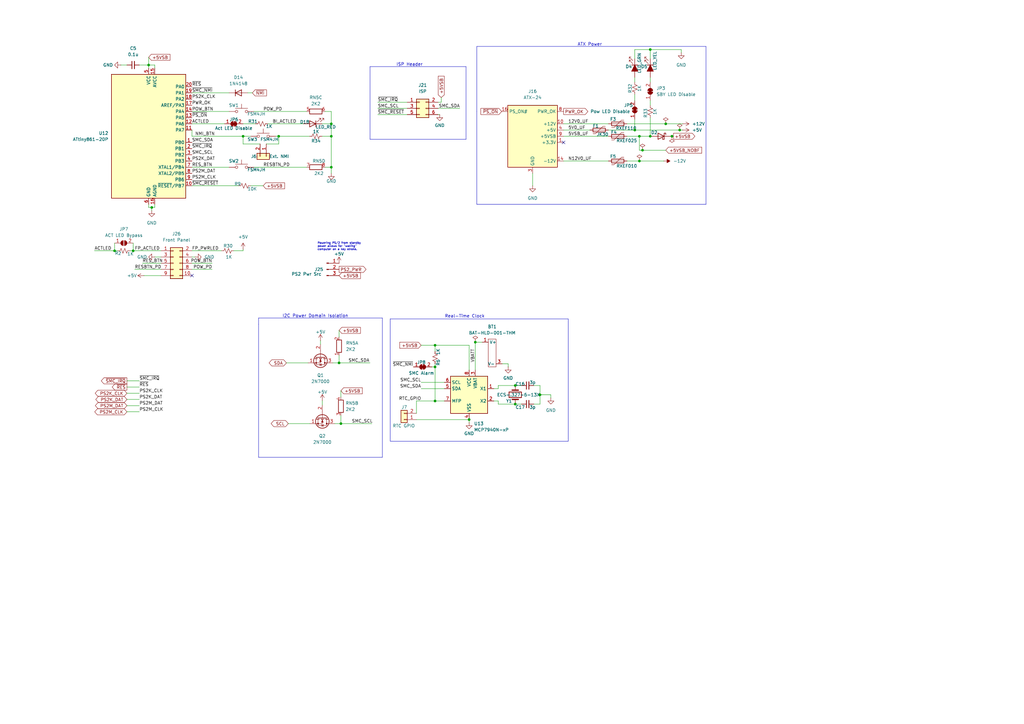
<source format=kicad_sch>
(kicad_sch (version 20231120) (generator "eeschema") (generator_version "8.0")
  (paper "A3")
  (title_block (title "OtterX") (date "2022-08-21") (rev "DV1 \"Sirius\"") (company "(C) 2023 Joe Burks"))
  (lib_symbols
    (symbol "Connector:ATX-24"
      (property "Reference" "J" (at -8.89 13.97 0))
      (property "Value" "ATX-24" (at 6.35 13.97 0))
      (symbol "ATX-24_1_1"
        (pin power_out line (at 12.7 -2.54 180) (length 2.54) (name "+3.3V") (number "1"))
        (pin power_out line (at 12.7 5.08 180) (length 2.54) (name "+12V") (number "10"))
        (pin passive line (at 12.7 5.08 180) (length 2.54) hide (name "+12V") (number "11"))
        (pin passive line (at 12.7 -2.54 180) (length 2.54) hide (name "+3.3V") (number "12"))
        (pin passive line (at 12.7 -2.54 180) (length 2.54) hide (name "+3.3V") (number "13"))
        (pin power_out line (at 12.7 -10.16 180) (length 2.54) (name "-12V") (number "14"))
        (pin passive line (at 0 -15.24 90) (length 2.54) hide (name "GND") (number "15"))
        (pin open_collector line (at -12.7 10.16 0) (length 2.54) (name "PS_ON#") (number "16"))
        (pin passive line (at 0 -15.24 90) (length 2.54) hide (name "GND") (number "17"))
        (pin passive line (at 0 -15.24 90) (length 2.54) hide (name "GND") (number "18"))
        (pin passive line (at 0 -15.24 90) (length 2.54) hide (name "GND") (number "19"))
        (pin passive line (at 12.7 -2.54 180) (length 2.54) hide (name "+3.3V") (number "2"))
        (pin no_connect line (at -10.16 0 0) (length 2.54) hide (name "NC") (number "20"))
        (pin passive line (at 12.7 2.54 180) (length 2.54) hide (name "+5V") (number "21"))
        (pin passive line (at 12.7 2.54 180) (length 2.54) hide (name "+5V") (number "22"))
        (pin passive line (at 12.7 2.54 180) (length 2.54) hide (name "+5V") (number "23"))
        (pin passive line (at 0 -15.24 90) (length 2.54) hide (name "GND") (number "24"))
        (pin power_out line (at 0 -15.24 90) (length 2.54) (name "GND") (number "3"))
        (pin power_out line (at 12.7 2.54 180) (length 2.54) (name "+5V") (number "4"))
        (pin passive line (at 0 -15.24 90) (length 2.54) hide (name "GND") (number "5"))
        (pin passive line (at 12.7 2.54 180) (length 2.54) hide (name "+5V") (number "6"))
        (pin passive line (at 0 -15.24 90) (length 2.54) hide (name "GND") (number "7"))
        (pin output line (at 12.7 10.16 180) (length 2.54) (name "PWR_OK") (number "8"))
        (pin power_out line (at 12.7 0 180) (length 2.54) (name "+5VSB") (number "9"))
      )
    )
    (symbol "Connector:Conn_01x03_Pin" (pin_names (offset 1.016) hide)
      (property "Reference" "J" (at 0 5.08 0))
      (property "Value" "Conn_01x03_Pin" (at 0 -5.08 0))
      (symbol "Conn_01x03_Pin_1_1"
        (pin passive line (at 5.08 2.54 180) (length 3.81) (name "Pin_1") (number "1"))
        (pin passive line (at 5.08 0 180) (length 3.81) (name "Pin_2") (number "2"))
        (pin passive line (at 5.08 -2.54 180) (length 3.81) (name "Pin_3") (number "3"))
      )
    )
    (symbol "Connector_Generic:Conn_01x02" (pin_names (offset 1.016) hide)
      (property "Reference" "J" (at 0 2.54 0))
      (property "Value" "Conn_01x02" (at 0 -5.08 0))
      (symbol "Conn_01x02_1_1"
        (pin passive line (at -5.08 0 0) (length 3.81) (name "Pin_1") (number "1"))
        (pin passive line (at -5.08 -2.54 0) (length 3.81) (name "Pin_2") (number "2"))
      )
    )
    (symbol "Connector_Generic:Conn_02x03_Odd_Even" (pin_names (offset 1.016) hide)
      (property "Reference" "J" (at 1.27 5.08 0))
      (property "Value" "Conn_02x03_Odd_Even" (at 1.27 -5.08 0))
      (symbol "Conn_02x03_Odd_Even_1_1"
        (pin passive line (at -5.08 2.54 0) (length 3.81) (name "Pin_1") (number "1"))
        (pin passive line (at 7.62 2.54 180) (length 3.81) (name "Pin_2") (number "2"))
        (pin passive line (at -5.08 0 0) (length 3.81) (name "Pin_3") (number "3"))
        (pin passive line (at 7.62 0 180) (length 3.81) (name "Pin_4") (number "4"))
        (pin passive line (at -5.08 -2.54 0) (length 3.81) (name "Pin_5") (number "5"))
        (pin passive line (at 7.62 -2.54 180) (length 3.81) (name "Pin_6") (number "6"))
      )
    )
    (symbol "Connector_Generic:Conn_02x05_Odd_Even" (pin_names (offset 1.016) hide)
      (property "Reference" "J" (at 1.27 7.62 0))
      (property "Value" "Conn_02x05_Odd_Even" (at 1.27 -7.62 0))
      (symbol "Conn_02x05_Odd_Even_1_1"
        (pin passive line (at -5.08 5.08 0) (length 3.81) (name "Pin_1") (number "1"))
        (pin passive line (at 7.62 -5.08 180) (length 3.81) (name "Pin_10") (number "10"))
        (pin passive line (at 7.62 5.08 180) (length 3.81) (name "Pin_2") (number "2"))
        (pin passive line (at -5.08 2.54 0) (length 3.81) (name "Pin_3") (number "3"))
        (pin passive line (at 7.62 2.54 180) (length 3.81) (name "Pin_4") (number "4"))
        (pin passive line (at -5.08 0 0) (length 3.81) (name "Pin_5") (number "5"))
        (pin passive line (at 7.62 0 180) (length 3.81) (name "Pin_6") (number "6"))
        (pin passive line (at -5.08 -2.54 0) (length 3.81) (name "Pin_7") (number "7"))
        (pin passive line (at 7.62 -2.54 180) (length 3.81) (name "Pin_8") (number "8"))
        (pin passive line (at -5.08 -5.08 0) (length 3.81) (name "Pin_9") (number "9"))
      )
    )
    (symbol "Device:C_Small" (pin_numbers hide) (pin_names (offset 0.254) hide)
      (property "Reference" "C" (at 0.254 1.778 0))
      (property "Value" "C_Small" (at 0.254 -2.032 0))
      (symbol "C_Small_1_1"
        (pin passive line (at 0 2.54 270) (length 2.032) (name "~") (number "1"))
        (pin passive line (at 0 -2.54 90) (length 2.032) (name "~") (number "2"))
      )
    )
    (symbol "Device:Crystal" (pin_numbers hide) (pin_names (offset 1.016) hide)
      (property "Reference" "Y" (at 0 3.81 0))
      (property "Value" "Crystal" (at 0 -3.81 0))
      (symbol "Crystal_1_1"
        (pin passive line (at -3.81 0 0) (length 1.27) (name "1") (number "1"))
        (pin passive line (at 3.81 0 180) (length 1.27) (name "2") (number "2"))
      )
    )
    (symbol "Device:D_Schottky" (pin_numbers hide) (pin_names (offset 1.016) hide)
      (property "Reference" "D" (at 0 2.54 0))
      (property "Value" "D_Schottky" (at 0 -2.54 0))
      (symbol "D_Schottky_1_1"
        (pin passive line (at -3.81 0 0) (length 2.54) (name "K") (number "1"))
        (pin passive line (at 3.81 0 180) (length 2.54) (name "A") (number "2"))
      )
    )
    (symbol "Device:LED" (pin_numbers hide) (pin_names (offset 1.016) hide)
      (property "Reference" "D" (at 0 2.54 0))
      (property "Value" "LED" (at 0 -2.54 0))
      (symbol "LED_1_1"
        (pin passive line (at -3.81 0 0) (length 2.54) (name "K") (number "1"))
        (pin passive line (at 3.81 0 180) (length 2.54) (name "A") (number "2"))
      )
    )
    (symbol "Device:LED_Filled" (pin_numbers hide) (pin_names (offset 1.016) hide)
      (property "Reference" "D" (at 0 2.54 0))
      (property "Value" "LED_Filled" (at 0 -2.54 0))
      (symbol "LED_Filled_1_1"
        (pin passive line (at -3.81 0 0) (length 2.54) (name "K") (number "1"))
        (pin passive line (at 3.81 0 180) (length 2.54) (name "A") (number "2"))
      )
    )
    (symbol "Device:Polyfuse" (pin_numbers hide) (pin_names (offset 0))
      (property "Reference" "F" (at -2.54 0 90))
      (property "Value" "Polyfuse" (at 2.54 0 90))
      (symbol "Polyfuse_1_1"
        (pin passive line (at 0 3.81 270) (length 1.27) (name "~") (number "1"))
        (pin passive line (at 0 -3.81 90) (length 1.27) (name "~") (number "2"))
      )
    )
    (symbol "Device:R_Pack04_SIP_Split" (pin_names (offset 0) hide)
      (property "Reference" "RN" (at 2.032 0 90))
      (property "Value" "R_Pack04_SIP_Split" (at 0 0 90))
      (symbol "R_Pack04_SIP_Split_1_1"
        (pin passive line (at 0 -3.81 90) (length 1.27) (name "R1.1") (number "1"))
        (pin passive line (at 0 3.81 270) (length 1.27) (name "R1.2") (number "2"))
      )
      (symbol "R_Pack04_SIP_Split_2_1"
        (pin passive line (at 0 -3.81 90) (length 1.27) (name "R2.1") (number "3"))
        (pin passive line (at 0 3.81 270) (length 1.27) (name "R2.2") (number "4"))
      )
      (symbol "R_Pack04_SIP_Split_3_1"
        (pin passive line (at 0 -3.81 90) (length 1.27) (name "R3.1") (number "5"))
        (pin passive line (at 0 3.81 270) (length 1.27) (name "R3.2") (number "6"))
      )
      (symbol "R_Pack04_SIP_Split_4_1"
        (pin passive line (at 0 -3.81 90) (length 1.27) (name "R4.1") (number "7"))
        (pin passive line (at 0 3.81 270) (length 1.27) (name "R4.2") (number "8"))
      )
    )
    (symbol "Device:R_Small_US" (pin_numbers hide) (pin_names (offset 0.254) hide)
      (property "Reference" "R" (at 0.762 0.508 0))
      (property "Value" "R_Small_US" (at 0.762 -1.016 0))
      (symbol "R_Small_US_1_1"
        (pin passive line (at 0 2.54 270) (length 1.016) (name "~") (number "1"))
        (pin passive line (at 0 -2.54 90) (length 1.016) (name "~") (number "2"))
      )
    )
    (symbol "Diode:1N4148" (pin_numbers hide) (pin_names hide)
      (property "Reference" "D" (at 0 2.54 0))
      (property "Value" "1N4148" (at 0 -2.54 0))
      (symbol "1N4148_1_1"
        (pin passive line (at -3.81 0 0) (length 2.54) (name "K") (number "1"))
        (pin passive line (at 3.81 0 180) (length 2.54) (name "A") (number "2"))
      )
    )
    (symbol "Jumper:SolderJumper_2_Bridged" (pin_names (offset 0) hide)
      (property "Reference" "JP" (at 0 2.032 0))
      (property "Value" "SolderJumper_2_Bridged" (at 0 -2.54 0))
      (symbol "SolderJumper_2_Bridged_1_1"
        (pin passive line (at -3.81 0 0) (length 2.54) (name "A") (number "1"))
        (pin passive line (at 3.81 0 180) (length 2.54) (name "B") (number "2"))
      )
    )
    (symbol "Jumper:SolderJumper_2_Open" (pin_names (offset 0) hide)
      (property "Reference" "JP" (at 0 2.032 0))
      (property "Value" "SolderJumper_2_Open" (at 0 -2.54 0))
      (symbol "SolderJumper_2_Open_1_1"
        (pin passive line (at -3.81 0 0) (length 2.54) (name "A") (number "1"))
        (pin passive line (at 3.81 0 180) (length 2.54) (name "B") (number "2"))
      )
    )
    (symbol "MCU_Microchip_ATtiny:ATtiny861-20P"
      (property "Reference" "U" (at -15.24 26.67 0))
      (property "Value" "ATtiny861-20P" (at 5.08 -26.67 0))
      (symbol "ATtiny861-20P_1_1"
        (pin bidirectional line (at 17.78 -2.54 180) (length 2.54) (name "PB0") (number "1"))
        (pin bidirectional line (at 17.78 -20.32 180) (length 2.54) (name "~{RESET}/PB7") (number "10"))
        (pin bidirectional line (at 17.78 2.54 180) (length 2.54) (name "PA7") (number "11"))
        (pin bidirectional line (at 17.78 5.08 180) (length 2.54) (name "PA6") (number "12"))
        (pin bidirectional line (at 17.78 7.62 180) (length 2.54) (name "PA5") (number "13"))
        (pin bidirectional line (at 17.78 10.16 180) (length 2.54) (name "PA4") (number "14"))
        (pin power_in line (at 2.54 27.94 270) (length 2.54) (name "AVCC") (number "15"))
        (pin power_in line (at 2.54 -27.94 90) (length 2.54) (name "AGND") (number "16"))
        (pin bidirectional line (at 17.78 12.7 180) (length 2.54) (name "AREF/PA3") (number "17"))
        (pin bidirectional line (at 17.78 15.24 180) (length 2.54) (name "PA2") (number "18"))
        (pin bidirectional line (at 17.78 17.78 180) (length 2.54) (name "PA1") (number "19"))
        (pin bidirectional line (at 17.78 -5.08 180) (length 2.54) (name "PB1") (number "2"))
        (pin bidirectional line (at 17.78 20.32 180) (length 2.54) (name "PA0") (number "20"))
        (pin bidirectional line (at 17.78 -7.62 180) (length 2.54) (name "PB2") (number "3"))
        (pin bidirectional line (at 17.78 -10.16 180) (length 2.54) (name "PB3") (number "4"))
        (pin power_in line (at 0 27.94 270) (length 2.54) (name "VCC") (number "5"))
        (pin power_in line (at 0 -27.94 90) (length 2.54) (name "GND") (number "6"))
        (pin bidirectional line (at 17.78 -12.7 180) (length 2.54) (name "XTAL1/PB4") (number "7"))
        (pin bidirectional line (at 17.78 -15.24 180) (length 2.54) (name "XTAL2/PB5") (number "8"))
        (pin bidirectional line (at 17.78 -17.78 180) (length 2.54) (name "PB6") (number "9"))
      )
    )
    (symbol "OtterX:CR2032_Holder_Vert"
      (property "Reference" "BT" (at 0 0 0))
      (property "Value" "CR2032_Holder_Vert" (at 1.27 5.715 0))
      (symbol "CR2032_Holder_Vert_1_1"
        (pin passive line (at 0 1.905 0) (length 2.54) (name "V+") (number "1"))
        (pin passive line (at 0 1.905 0) (length 2.54) hide (name "V+") (number "2"))
        (pin passive line (at 8.255 -6.985 180) (length 2.54) (name "V-") (number "3"))
      )
    )
    (symbol "Switch:SW_Push" (pin_numbers hide) (pin_names (offset 1.016) hide)
      (property "Reference" "SW" (at 1.27 2.54 0))
      (property "Value" "SW_Push" (at 0 -1.524 0))
      (symbol "SW_Push_0_1"
        (pin passive line (at -5.08 0 0) (length 2.54) (name "1") (number "1"))
        (pin passive line (at 5.08 0 180) (length 2.54) (name "2") (number "2"))
      )
    )
    (symbol "Timer_RTC:MCP7940N-xP"
      (property "Reference" "U" (at -6.35 8.89 0))
      (property "Value" "MCP7940N-xP" (at 11.43 8.89 0))
      (symbol "MCP7940N-xP_1_1"
        (pin input line (at 10.16 2.54 180) (length 2.54) (name "X1") (number "1"))
        (pin output line (at 10.16 -2.54 180) (length 2.54) (name "X2") (number "2"))
        (pin power_in line (at 2.54 10.16 270) (length 2.54) (name "VBAT") (number "3"))
        (pin power_in line (at 0 -10.16 90) (length 2.54) (name "VSS") (number "4"))
        (pin bidirectional line (at -10.16 2.54 0) (length 2.54) (name "SDA") (number "5"))
        (pin input line (at -10.16 5.08 0) (length 2.54) (name "SCL") (number "6"))
        (pin open_collector line (at -10.16 -2.54 0) (length 2.54) (name "MFP") (number "7"))
        (pin power_in line (at 0 10.16 270) (length 2.54) (name "VCC") (number "8"))
      )
    )
    (symbol "Transistor_FET:2N7000" (pin_names hide)
      (property "Reference" "Q" (at 5.08 1.905 0))
      (property "Value" "2N7000" (at 5.08 0 0))
      (symbol "2N7000_1_1"
        (pin passive line (at 2.54 -5.08 90) (length 2.54) (name "S") (number "1"))
        (pin input line (at -5.08 0 0) (length 2.54) (name "G") (number "2"))
        (pin passive line (at 2.54 5.08 270) (length 2.54) (name "D") (number "3"))
      )
    )
    (symbol "power:+12V" (power) (pin_numbers hide) (pin_names (offset 0) hide)
      (property "Value" "+12V" (at 0 3.556 0))
      (symbol "+12V_1_1"
        (pin power_in line (at 0 0 90) (length 0) (name "~") (number "1"))
      )
    )
    (symbol "power:+5V" (power) (pin_numbers hide) (pin_names (offset 0) hide)
      (property "Value" "+5V" (at 0 3.556 0))
      (symbol "+5V_1_1"
        (pin power_in line (at 0 0 90) (length 0) (name "~") (number "1"))
      )
    )
    (symbol "power:-12V" (power) (pin_numbers hide) (pin_names (offset 0) hide)
      (property "Value" "-12V" (at 0 3.556 0))
      (symbol "-12V_0_0"
        (pin power_in line (at 0 0 90) (length 0) (name "~") (number "1"))
      )
    )
    (symbol "power:GND" (power) (pin_numbers hide) (pin_names (offset 0) hide)
      (property "Value" "GND" (at 0 -3.81 0))
      (symbol "GND_1_1"
        (pin power_in line (at 0 0 270) (length 0) (name "~") (number "1"))
      )
    )
    (symbol "power:PWR_FLAG" (power) (pin_numbers hide) (pin_names (offset 0) hide)
      (property "Value" "PWR_FLAG" (at 0 3.81 0))
      (symbol "PWR_FLAG_0_0"
        (pin power_out line (at 0 0 90) (length 0) (name "~") (number "1"))
      )
    )
  )
  (junction (at 273.05 50.8))
  (junction (at 211.328 165.735))
  (junction (at 221.488 161.925))
  (junction (at 60.96 26.67))
  (junction (at 211.328 158.115))
  (junction (at 62.23 85.09))
  (junction (at 266.7 20.32))
  (junction (at 194.945 140.335))
  (junction (at 275.59 55.88))
  (junction (at 278.765 53.34))
  (junction (at 99.695 55.88))
  (junction (at 139.065 148.844))
  (junction (at 262.255 66.04))
  (junction (at 135.89 68.58))
  (junction (at 266.7 55.88))
  (junction (at 114.3 55.88))
  (junction (at 263.525 61.595))
  (junction (at 260.35 53.34))
  (junction (at 46.99 102.87))
  (junction (at 178.435 164.465))
  (junction (at 135.89 55.88))
  (junction (at 139.827 173.736))
  (junction (at 262.255 55.88))
  (junction (at 192.405 172.085))
  (junction (at 54.61 102.87))
  (junction (at 178.435 141.605))
  (junction (at 178.435 150.495))
  (junction (at 135.89 50.8))
  (no_connect (at 231.14 58.42))
  (no_connect (at 78.74 113.03))
  (wire (pts (xy 49.53 26.67) (xy 52.07 26.67)))
  (wire (pts (xy 266.7 48.26) (xy 266.7 55.88)))
  (wire (pts (xy 274.955 55.88) (xy 275.59 55.88)))
  (wire (pts (xy 78.74 105.41) (xy 80.01 105.41)))
  (wire (pts (xy 109.855 50.8) (xy 124.46 50.8)))
  (polyline (pts (xy 156.845 187.579) (xy 156.845 130.429)))
  (wire (pts (xy 58.42 107.95) (xy 66.04 107.95)))
  (wire (pts (xy 221.488 161.925) (xy 221.488 165.735)))
  (wire (pts (xy 178.435 150.495) (xy 178.435 164.465)))
  (wire (pts (xy 46.99 102.87) (xy 48.26 102.87)))
  (wire (pts (xy 204.343 158.115) (xy 211.328 158.115)))
  (wire (pts (xy 104.14 45.72) (xy 125.73 45.72)))
  (wire (pts (xy 278.765 53.34) (xy 280.035 53.34)))
  (polyline (pts (xy 195.58 19.05) (xy 289.56 19.05)))
  (wire (pts (xy 99.695 59.055) (xy 99.695 55.88)))
  (wire (pts (xy 211.328 165.735) (xy 213.868 165.735)))
  (wire (pts (xy 139.065 135.509) (xy 139.065 138.176)))
  (wire (pts (xy 117.475 148.844) (xy 126.365 148.844)))
  (wire (pts (xy 262.255 61.595) (xy 263.525 61.595)))
  (wire (pts (xy 266.7 41.275) (xy 266.7 43.18)))
  (wire (pts (xy 231.14 55.88) (xy 249.555 55.88)))
  (wire (pts (xy 225.933 161.925) (xy 225.933 163.195)))
  (wire (pts (xy 279.4 20.32) (xy 279.4 21.59)))
  (wire (pts (xy 260.35 20.32) (xy 260.35 24.13)))
  (wire (pts (xy 106.68 59.055) (xy 99.695 59.055)))
  (wire (pts (xy 180.975 40.005) (xy 180.975 41.91)))
  (wire (pts (xy 52.07 166.37) (xy 57.15 166.37)))
  (wire (pts (xy 205.994 149.225) (xy 208.407 149.225)))
  (wire (pts (xy 275.59 55.88) (xy 276.225 55.88)))
  (wire (pts (xy 114.3 55.88) (xy 127 55.88)))
  (wire (pts (xy 194.945 140.335) (xy 194.945 151.765)))
  (wire (pts (xy 63.5 83.82) (xy 63.5 85.09)))
  (wire (pts (xy 218.948 158.115) (xy 221.488 158.115)))
  (wire (pts (xy 231.14 53.34) (xy 241.935 53.34)))
  (wire (pts (xy 118.237 173.736) (xy 127.127 173.736)))
  (wire (pts (xy 104.14 68.58) (xy 125.73 68.58)))
  (wire (pts (xy 211.328 158.115) (xy 213.868 158.115)))
  (wire (pts (xy 260.35 20.32) (xy 266.7 20.32)))
  (wire (pts (xy 78.74 45.72) (xy 93.98 45.72)))
  (wire (pts (xy 257.175 55.88) (xy 262.255 55.88)))
  (wire (pts (xy 172.72 156.845) (xy 182.245 156.845)))
  (wire (pts (xy 78.74 110.49) (xy 86.995 110.49)))
  (polyline (pts (xy 151.765 57.15) (xy 191.135 57.15)))
  (wire (pts (xy 66.04 113.03) (xy 59.055 113.03)))
  (wire (pts (xy 38.735 102.87) (xy 46.99 102.87)))
  (wire (pts (xy 178.435 141.605) (xy 178.435 144.145)))
  (wire (pts (xy 170.815 164.465) (xy 178.435 164.465)))
  (wire (pts (xy 260.35 31.75) (xy 260.35 33.655)))
  (wire (pts (xy 257.175 66.04) (xy 262.255 66.04)))
  (wire (pts (xy 136.525 148.844) (xy 139.065 148.844)))
  (wire (pts (xy 133.35 45.72) (xy 135.89 45.72)))
  (polyline (pts (xy 160.02 130.81) (xy 160.02 180.975)))
  (wire (pts (xy 178.435 149.225) (xy 178.435 150.495)))
  (wire (pts (xy 52.07 168.91) (xy 57.15 168.91)))
  (wire (pts (xy 78.74 50.8) (xy 92.075 50.8)))
  (wire (pts (xy 170.815 172.085) (xy 192.405 172.085)))
  (wire (pts (xy 54.61 99.695) (xy 54.61 102.87)))
  (wire (pts (xy 99.695 102.235) (xy 99.695 102.87)))
  (wire (pts (xy 221.488 165.735) (xy 218.948 165.735)))
  (wire (pts (xy 249.555 53.34) (xy 260.35 53.34)))
  (wire (pts (xy 221.488 158.115) (xy 221.488 161.925)))
  (wire (pts (xy 221.488 161.925) (xy 225.933 161.925)))
  (polyline (pts (xy 151.765 57.15) (xy 151.765 27.305)))
  (wire (pts (xy 231.14 66.04) (xy 249.555 66.04)))
  (polyline (pts (xy 160.02 130.81) (xy 233.045 130.81)))
  (wire (pts (xy 202.565 164.465) (xy 204.343 164.465)))
  (wire (pts (xy 178.435 141.605) (xy 192.405 141.605)))
  (polyline (pts (xy 233.045 180.975) (xy 160.147 180.975)))
  (wire (pts (xy 231.14 50.8) (xy 249.555 50.8)))
  (wire (pts (xy 266.7 20.32) (xy 266.7 24.13)))
  (wire (pts (xy 179.705 44.45) (xy 188.595 44.45)))
  (wire (pts (xy 135.89 55.88) (xy 135.89 68.58)))
  (wire (pts (xy 78.74 55.88) (xy 99.695 55.88)))
  (polyline (pts (xy 289.56 19.05) (xy 289.56 83.82)))
  (wire (pts (xy 137.287 173.736) (xy 139.827 173.736)))
  (wire (pts (xy 135.89 45.72) (xy 135.89 50.8)))
  (polyline (pts (xy 195.58 45.72) (xy 195.58 19.05)))
  (wire (pts (xy 109.22 59.055) (xy 114.3 59.055)))
  (wire (pts (xy 78.74 107.95) (xy 86.995 107.95)))
  (wire (pts (xy 52.07 163.83) (xy 57.15 163.83)))
  (wire (pts (xy 62.23 85.09) (xy 63.5 85.09)))
  (wire (pts (xy 132.08 55.88) (xy 135.89 55.88)))
  (wire (pts (xy 52.07 161.29) (xy 57.15 161.29)))
  (wire (pts (xy 139.065 145.796) (xy 139.065 148.844)))
  (wire (pts (xy 99.695 50.8) (xy 104.775 50.8)))
  (wire (pts (xy 154.94 41.91) (xy 167.005 41.91)))
  (wire (pts (xy 154.94 46.99) (xy 167.005 46.99)))
  (wire (pts (xy 257.175 50.8) (xy 273.05 50.8)))
  (wire (pts (xy 178.435 164.465) (xy 182.245 164.465)))
  (polyline (pts (xy 195.58 45.72) (xy 195.58 83.82)))
  (wire (pts (xy 78.74 38.1) (xy 93.98 38.1)))
  (wire (pts (xy 192.405 172.085) (xy 192.405 173.355)))
  (wire (pts (xy 133.35 68.58) (xy 135.89 68.58)))
  (wire (pts (xy 60.96 23.495) (xy 60.96 26.67)))
  (wire (pts (xy 139.827 170.434) (xy 139.827 173.736)))
  (wire (pts (xy 63.5 105.41) (xy 66.04 105.41)))
  (wire (pts (xy 172.72 141.605) (xy 178.435 141.605)))
  (wire (pts (xy 179.705 46.99) (xy 180.34 46.99)))
  (wire (pts (xy 262.255 66.04) (xy 272.288 66.04)))
  (wire (pts (xy 273.05 50.8) (xy 280.035 50.8)))
  (wire (pts (xy 78.74 102.87) (xy 90.805 102.87)))
  (polyline (pts (xy 191.135 27.305) (xy 191.135 57.15)))
  (wire (pts (xy 57.15 26.67) (xy 60.96 26.67)))
  (wire (pts (xy 114.3 59.055) (xy 114.3 55.88)))
  (wire (pts (xy 102.87 76.2) (xy 107.95 76.2)))
  (wire (pts (xy 208.407 149.225) (xy 208.407 150.495)))
  (wire (pts (xy 54.61 102.87) (xy 66.04 102.87)))
  (wire (pts (xy 132.08 50.8) (xy 135.89 50.8)))
  (wire (pts (xy 204.343 158.115) (xy 204.343 159.385)))
  (wire (pts (xy 60.96 26.67) (xy 60.96 27.94)))
  (wire (pts (xy 204.343 164.465) (xy 204.343 165.735)))
  (wire (pts (xy 218.44 71.12) (xy 218.44 76.2)))
  (wire (pts (xy 131.445 139.7) (xy 131.445 141.224)))
  (wire (pts (xy 260.35 48.895) (xy 260.35 53.34)))
  (wire (pts (xy 262.255 55.88) (xy 262.255 61.595)))
  (polyline (pts (xy 233.045 130.81) (xy 233.045 180.975)))
  (wire (pts (xy 266.7 55.88) (xy 267.335 55.88)))
  (wire (pts (xy 139.827 173.736) (xy 152.527 173.736)))
  (wire (pts (xy 52.07 158.75) (xy 57.15 158.75)))
  (polyline (pts (xy 151.765 27.305) (xy 191.135 27.305)))
  (polyline (pts (xy 156.845 130.429) (xy 106.045 130.429)))
  (polyline (pts (xy 106.045 132.969) (xy 106.045 187.579)))
  (wire (pts (xy 63.5 26.67) (xy 63.5 27.94)))
  (polyline (pts (xy 106.045 130.429) (xy 106.045 132.969)))
  (wire (pts (xy 202.565 159.385) (xy 204.343 159.385)))
  (wire (pts (xy 135.89 50.8) (xy 135.89 55.88)))
  (wire (pts (xy 95.885 102.87) (xy 99.695 102.87)))
  (wire (pts (xy 154.94 44.45) (xy 167.005 44.45)))
  (wire (pts (xy 135.89 68.58) (xy 135.89 71.12)))
  (wire (pts (xy 180.975 41.91) (xy 179.705 41.91)))
  (wire (pts (xy 78.74 68.58) (xy 93.98 68.58)))
  (wire (pts (xy 60.96 85.09) (xy 62.23 85.09)))
  (wire (pts (xy 53.34 102.87) (xy 54.61 102.87)))
  (polyline (pts (xy 289.56 83.82) (xy 195.58 83.82)))
  (wire (pts (xy 101.6 38.1) (xy 103.505 38.1)))
  (wire (pts (xy 62.23 85.09) (xy 62.23 86.36)))
  (wire (pts (xy 260.35 38.735) (xy 260.35 41.275)))
  (wire (pts (xy 172.72 159.385) (xy 182.245 159.385)))
  (wire (pts (xy 177.165 150.495) (xy 178.435 150.495)))
  (polyline (pts (xy 106.045 187.579) (xy 156.845 187.579)))
  (wire (pts (xy 170.815 164.465) (xy 170.815 169.545)))
  (wire (pts (xy 139.065 148.844) (xy 151.765 148.844)))
  (wire (pts (xy 192.405 141.605) (xy 192.405 151.765)))
  (wire (pts (xy 266.7 20.32) (xy 279.4 20.32)))
  (wire (pts (xy 78.74 76.2) (xy 97.79 76.2)))
  (wire (pts (xy 55.245 110.49) (xy 66.04 110.49)))
  (wire (pts (xy 99.695 55.88) (xy 102.87 55.88)))
  (wire (pts (xy 132.207 164.338) (xy 132.207 166.116)))
  (wire (pts (xy 60.96 26.67) (xy 63.5 26.67)))
  (wire (pts (xy 139.827 160.274) (xy 139.827 162.814)))
  (wire (pts (xy 266.7 31.75) (xy 266.7 33.655)))
  (wire (pts (xy 262.255 55.88) (xy 266.7 55.88)))
  (wire (pts (xy 52.07 156.21) (xy 57.15 156.21)))
  (wire (pts (xy 194.945 140.335) (xy 197.739 140.335)))
  (wire (pts (xy 60.96 83.82) (xy 60.96 85.09)))
  (wire (pts (xy 204.343 165.735) (xy 211.328 165.735)))
  (wire (pts (xy 260.35 53.34) (xy 278.765 53.34)))
  (wire (pts (xy 113.03 55.88) (xy 114.3 55.88)))
  (wire (pts (xy 46.99 99.695) (xy 46.99 102.87)))
  (wire (pts (xy 263.525 61.595) (xy 273.05 61.595)))
  (wire (pts (xy 78.74 55.88) (xy 78.74 53.34)))
  (text "Real-Time Clock" (at 182.372 130.556 0) (effects (font (size 1.27 1.27)) (justify left bottom)))
  (text "Powering PS/2 from standby\npower allows for \"waking\"\ncomputer on a key stroke." (at 130.175 102.87 0) (effects (font (size 0.8 0.8)) (justify left bottom)))
  (text "ATX Power" (at 236.855 19.05 0) (effects (font (size 1.27 1.27)) (justify left bottom)))
  (text "I2C Power Domain Isolation" (at 142.875 130.429 0) (effects (font (size 1.27 1.27)) (justify right bottom)))
  (text "ISP Header" (at 162.56 27.305 0) (effects (font (size 1.27 1.27)) (justify left bottom)))
  (label "PS2K_CLK" (at 57.15 161.29 0))
  (label "SMC_SCL" (at 172.72 156.845 180))
  (label "~{SMC_IRQ}" (at 154.94 41.91 0))
  (label "ACTLED" (at 78.74 50.8 0))
  (label "~{SMC_RESET}" (at 154.94 46.99 0))
  (label "SMC_SCL" (at 144.272 173.736 0))
  (label "RESBTN_PD" (at 107.95 68.58 0))
  (label "BI_ACTLED" (at 111.76 50.8 0))
  (label "SMC_SDA" (at 78.74 58.42 0))
  (label "~{SMC_IRQ}" (at 57.15 156.21 0))
  (label "SMC_SDA" (at 172.72 159.385 180))
  (label "PS2K_DAT" (at 57.15 163.83 0))
  (label "PS2M_DAT" (at 57.15 166.37 0))
  (label "FP_PWRLED" (at 78.74 102.87 0))
  (label "FP_ACTLED" (at 55.245 102.87 0))
  (label "PWR_OK" (at 78.74 43.18 0))
  (label "PS2M_CLK" (at 57.15 168.91 0))
  (label "POW_PD" (at 107.95 45.72 0))
  (label "~{RES}" (at 57.15 158.75 0))
  (label "12V0_UF" (at 233.045 50.8 0))
  (label "PS2K_DAT" (at 78.74 66.04 0))
  (label "PS2K_CLK" (at 78.74 40.64 0))
  (label "RES_BTN" (at 58.42 107.95 0))
  (label "5V0_UF" (at 233.045 53.34 0))
  (label "SMC_SDA" (at 142.875 148.844 0))
  (label "ACTLED" (at 38.735 102.87 0))
  (label "~{SMC_RESET}" (at 78.74 76.2 0))
  (label "SMC_SCL" (at 78.74 63.5 0))
  (label "RTC_GPIO" (at 172.72 164.465 180))
  (label "N12V0_UF" (at 233.045 66.04 0))
  (label "~{SMC_NMI}" (at 78.74 38.1 0))
  (label "PS2M_DAT" (at 78.74 71.12 0))
  (label "SMC_SDA" (at 188.595 44.45 180))
  (label "PS2M_CLK" (at 78.74 73.66 0))
  (label "~{PS_ON}" (at 78.74 48.26 0))
  (label "~{SMC_NMI}" (at 169.545 150.495 180))
  (label "POW_BTN" (at 78.74 45.72 0))
  (label "RESBTN_PD" (at 55.245 110.49 0))
  (label "5VSB_UF" (at 233.045 55.88 0))
  (label "SMC_SCL" (at 154.94 44.45 0))
  (label "~{SMC_IRQ}" (at 78.74 60.96 0))
  (label "POW_BTN" (at 86.995 107.95 180))
  (label "RES_BTN" (at 78.74 68.58 0))
  (label "NMI_BTN" (at 80.01 55.88 0))
  (label "VBATT" (at 194.945 148.59 90))
  (label "~{RES}" (at 78.74 35.56 0))
  (label "POW_PD" (at 86.995 110.49 180))
  (global_label "~{NMI}" (shape input) (at 103.505 38.1 0) (property "Intersheetrefs" "${INTERSHEET_REFS}" (effects (hide yes))))
  (global_label "+5VSB" (shape input) (at 107.95 76.2 0) (property "Intersheetrefs" "${INTERSHEET_REFS}" (effects (hide yes))))
  (global_label "PS2M_DAT" (shape bidirectional) (at 52.07 166.37 180) (property "Intersheetrefs" "${INTERSHEET_REFS}" (effects (hide yes))))
  (global_label "PS2M_CLK" (shape bidirectional) (at 52.07 168.91 180) (property "Intersheetrefs" "${INTERSHEET_REFS}" (effects (hide yes))))
  (global_label "~{PS_ON}" (shape input) (at 205.74 45.72 180) (property "Intersheetrefs" "${INTERSHEET_REFS}" (effects (hide yes))))
  (global_label "~{SMC_IRQ}" (shape output) (at 52.07 156.21 180) (property "Intersheetrefs" "${INTERSHEET_REFS}" (effects (hide yes))))
  (global_label "SCL" (shape tri_state) (at 118.237 173.736 180) (property "Intersheetrefs" "${INTERSHEET_REFS}" (effects (hide yes))))
  (global_label "PS2K_CLK" (shape bidirectional) (at 52.07 161.29 180) (property "Intersheetrefs" "${INTERSHEET_REFS}" (effects (hide yes))))
  (global_label "+5VSB" (shape input) (at 139.065 135.509 0) (property "Intersheetrefs" "${INTERSHEET_REFS}" (effects (hide yes))))
  (global_label "+5VSB" (shape input) (at 60.96 23.495 0) (property "Intersheetrefs" "${INTERSHEET_REFS}" (effects (hide yes))))
  (global_label "PWR_OK" (shape output) (at 231.14 45.72 0) (property "Intersheetrefs" "${INTERSHEET_REFS}" (effects (hide yes))))
  (global_label "+5VSB" (shape input) (at 139.065 113.03 0) (property "Intersheetrefs" "${INTERSHEET_REFS}" (effects (hide yes))))
  (global_label "+5VSB_NOBF" (shape input) (at 273.05 61.595 0) (property "Intersheetrefs" "${INTERSHEET_REFS}" (effects (hide yes))))
  (global_label "+5VSB" (shape input) (at 180.975 40.005 90) (property "Intersheetrefs" "${INTERSHEET_REFS}" (effects (hide yes))))
  (global_label "+5VSB" (shape output) (at 276.225 55.88 0) (property "Intersheetrefs" "${INTERSHEET_REFS}" (effects (hide yes))))
  (global_label "PS2_PWR" (shape output) (at 139.065 110.49 0) (property "Intersheetrefs" "${INTERSHEET_REFS}" (effects (hide yes))))
  (global_label "+5VSB" (shape input) (at 139.827 160.274 0) (property "Intersheetrefs" "${INTERSHEET_REFS}" (effects (hide yes))))
  (global_label "+5VSB" (shape input) (at 172.72 141.605 180) (property "Intersheetrefs" "${INTERSHEET_REFS}" (effects (hide yes))))
  (global_label "SDA" (shape tri_state) (at 117.475 148.844 180) (property "Intersheetrefs" "${INTERSHEET_REFS}" (effects (hide yes))))
  (global_label "PS2K_DAT" (shape bidirectional) (at 52.07 163.83 180) (property "Intersheetrefs" "${INTERSHEET_REFS}" (effects (hide yes))))
  (global_label "~{RES}" (shape output) (at 52.07 158.75 180) (property "Intersheetrefs" "${INTERSHEET_REFS}" (effects (hide yes))))
  (symbol (lib_id "Timer_RTC:MCP7940N-xP") (at 192.405 161.925 0) (unit 1)
    (property "Reference" "U13" (at 194.4244 173.736 0) (effects (justify left)))
    (property "Value" "MCP7940N-xP" (at 194.4244 176.276 0) (effects (justify left)))
    (property "Footprint" "Package_DIP:DIP-8_W7.62mm" (effects (hide yes)))
    (property "Datasheet" "http://ww1.microchip.com/downloads/en/DeviceDoc/20005010F.pdf" (effects (hide yes)))
  )
  (symbol (lib_id "power:GND") (at 80.01 105.41 90) (unit 1)
    (property "Reference" "#PWR0171" (effects (hide yes)))
    (property "Value" "GND" (at 83.82 105.4099 90) (effects (justify right)))
    (property "Description" "Power symbol creates a global label with name \"GND\" , ground" (effects (hide yes)))
  )
  (symbol (lib_id "power:+5V") (at 132.207 164.338 0) (unit 1)
    (property "Reference" "#PWR0164" (effects (hide yes)))
    (property "Value" "+5V" (at 132.207 160.782 0))
    (property "Description" "Power symbol creates a global label with name \"+5V\"" (effects (hide yes)))
  )
  (symbol (lib_id "Device:R_Pack04_SIP_Split") (at 129.54 68.58 270) (unit 4)
    (property "Reference" "RN5" (at 130.81 66.04 90))
    (property "Value" "2K2" (at 130.81 71.12 90))
    (property "Footprint" "Resistor_THT:R_Array_SIP8" (effects (hide yes)))
    (property "Datasheet" "http://www.vishay.com/docs/31509/csc.pdf" (effects (hide yes)))
  )
  (symbol (lib_id "Device:R_Small_US") (at 266.7 45.72 180) (unit 1)
    (property "Reference" "R33" (at 264.795 44.45 90) (effects (justify left)))
    (property "Value" "1K" (at 268.605 44.45 90) (effects (justify left)))
    (property "Footprint" "Resistor_THT:R_Axial_DIN0207_L6.3mm_D2.5mm_P7.62mm_Horizontal" (effects (hide yes)))
  )
  (symbol (lib_id "power:GND") (at 225.933 163.195 0) (unit 1)
    (property "Reference" "#PWR0168" (effects (hide yes)))
    (property "Value" "GND" (at 225.933 168.275 0))
    (property "Description" "Power symbol creates a global label with name \"GND\" , ground" (effects (hide yes)))
  )
  (symbol (lib_id "power:PWR_FLAG") (at 278.765 53.34 0) (unit 1)
    (property "Reference" "#FLG02" (effects (hide yes)))
    (property "Value" "PWR_FLAG" (effects (hide yes)))
    (property "Description" "Special symbol for telling ERC where power comes from" (effects (hide yes)))
  )
  (symbol (lib_id "Device:Polyfuse") (at 253.365 55.88 270) (unit 1)
    (property "Reference" "F4" (at 251.7955 54.2178 90))
    (property "Value" "RXEF025" (at 257.048 57.658 90))
    (property "Footprint" "Fuse:Fuse_Bourns_MF-RG300" (effects (hide yes)))
  )
  (symbol (lib_id "Switch:SW_Push") (at 99.06 45.72 0) (unit 1)
    (property "Reference" "SW1" (at 95.885 43.18 0))
    (property "Value" "FSM4JH" (at 105.156 46.736 0))
    (property "Footprint" "OtterX:Tactile Switch Dual" (effects (hide yes)))
  )
  (symbol (lib_id "power:GND") (at 63.5 105.41 270) (unit 1)
    (property "Reference" "#PWR0173" (effects (hide yes)))
    (property "Value" "GND" (at 60.325 105.4099 90) (effects (justify right)))
    (property "Description" "Power symbol creates a global label with name \"GND\" , ground" (effects (hide yes)))
  )
  (symbol (lib_id "power:PWR_FLAG") (at 194.945 140.335 0) (unit 1)
    (property "Reference" "#FLG06" (effects (hide yes)))
    (property "Value" "PWR_FLAG" (effects (hide yes)))
    (property "Description" "Special symbol for telling ERC where power comes from" (effects (hide yes)))
  )
  (symbol (lib_id "Device:R_Small_US") (at 93.345 102.87 90) (unit 1)
    (property "Reference" "R30" (at 95.504 100.838 90) (effects (justify left)))
    (property "Value" "1K" (at 95.25 105.41 90) (effects (justify left)))
    (property "Footprint" "Resistor_THT:R_Axial_DIN0207_L6.3mm_D2.5mm_P7.62mm_Horizontal" (effects (hide yes)))
  )
  (symbol (lib_id "power:+5V") (at 59.055 113.03 90) (unit 1)
    (property "Reference" "#PWR0172" (effects (hide yes)))
    (property "Value" "+5V" (at 52.07 113.03 90) (effects (justify right)))
    (property "Description" "Power symbol creates a global label with name \"+5V\"" (effects (hide yes)))
  )
  (symbol (lib_id "Device:R_Small_US") (at 50.8 102.87 90) (unit 1)
    (property "Reference" "R2" (at 49.784 103.886 90) (effects (justify left)))
    (property "Value" "1K" (at 54.864 104.14 90) (effects (justify left)))
    (property "Footprint" "Resistor_THT:R_Axial_DIN0207_L6.3mm_D2.5mm_P7.62mm_Horizontal" (effects (hide yes)))
  )
  (symbol (lib_id "Device:R_Small_US") (at 107.315 50.8 90) (unit 1)
    (property "Reference" "R31" (at 105.664 49.784 90) (effects (justify left)))
    (property "Value" "1K" (at 111.76 51.816 90) (effects (justify left)))
    (property "Footprint" "Resistor_THT:R_Axial_DIN0207_L6.3mm_D2.5mm_P7.62mm_Horizontal" (effects (hide yes)))
  )
  (symbol (lib_id "Device:LED_Filled") (at 266.7 27.94 270) (unit 1)
    (property "Reference" "D5" (at 262.89 27.305 90) (effects (justify left)))
    (property "Value" "LED_YEL" (at 268.605 20.955 0) (effects (justify left)))
    (property "Footprint" "LED_THT:LED_D3.0mm" (effects (hide yes)))
  )
  (symbol (lib_id "power:PWR_FLAG") (at 262.255 66.04 0) (unit 1)
    (property "Reference" "#FLG03" (effects (hide yes)))
    (property "Value" "PWR_FLAG" (effects (hide yes)))
    (property "Description" "Special symbol for telling ERC where power comes from" (effects (hide yes)))
  )
  (symbol (lib_id "Device:R_Pack04_SIP_Split") (at 139.827 166.624 0) (unit 2)
    (property "Reference" "RN5" (at 141.732 165.3539 0) (effects (justify left)))
    (property "Value" "2K2" (at 141.732 167.8939 0) (effects (justify left)))
    (property "Footprint" "Resistor_THT:R_Array_SIP8" (effects (hide yes)))
    (property "Datasheet" "http://www.vishay.com/docs/31509/csc.pdf" (effects (hide yes)))
  )
  (symbol (lib_id "Jumper:SolderJumper_2_Open") (at 50.8 99.695 0) (unit 1) (in_bom no)
    (property "Reference" "JP7" (at 50.8 93.98 0))
    (property "Value" "ACT LED Bypass" (at 50.8 96.52 0))
    (property "Footprint" "Jumper:SolderJumper-2_P1.3mm_Open_Pad1.0x1.5mm" (effects (hide yes)))
  )
  (symbol (lib_id "Switch:SW_Push") (at 107.95 55.88 0) (unit 1)
    (property "Reference" "SW3" (at 103.505 57.15 0))
    (property "Value" "FSM4JH" (at 110.49 57.15 0))
    (property "Footprint" "OtterX:Tactile Switch Dual" (effects (hide yes)))
  )
  (symbol (lib_id "Device:Polyfuse") (at 245.745 53.34 90) (unit 1)
    (property "Reference" "F1" (at 244.3199 51.6869 90))
    (property "Value" "JK30" (at 247.1232 55.1133 90))
    (property "Footprint" "Fuse:Fuse_Bourns_MF-RG400" (effects (hide yes)))
  )
  (symbol (lib_id "power:GND") (at 49.53 26.67 270) (unit 1)
    (property "Reference" "#PWR0157" (effects (hide yes)))
    (property "Value" "GND" (at 46.355 26.6699 90) (effects (justify right)))
    (property "Description" "Power symbol creates a global label with name \"GND\" , ground" (effects (hide yes)))
  )
  (symbol (lib_id "power:GND") (at 62.23 86.36 0) (unit 1)
    (property "Reference" "#PWR0158" (effects (hide yes)))
    (property "Value" "GND" (at 62.23 91.44 0))
    (property "Description" "Power symbol creates a global label with name \"GND\" , ground" (effects (hide yes)))
  )
  (symbol (lib_id "power:GND") (at 218.44 76.2 0) (mirror y) (unit 1)
    (property "Reference" "#PWR037" (effects (hide yes)))
    (property "Value" "GND" (at 218.44 81.28 0))
    (property "Description" "Power symbol creates a global label with name \"GND\" , ground" (effects (hide yes)))
  )
  (symbol (lib_id "Device:Crystal") (at 211.328 161.925 90) (mirror x) (unit 1)
    (property "Reference" "Y1" (at 207.518 164.465 90) (effects (justify right)))
    (property "Value" "ECS-.327-6-13X" (at 203.835 161.925 90) (effects (justify right)))
    (property "Footprint" "Crystal:Crystal_DS26_D2.0mm_L6.0mm_Horizontal" (effects (hide yes)))
  )
  (symbol (lib_id "Device:R_Small_US") (at 100.33 76.2 90) (unit 1)
    (property "Reference" "R9" (at 98.806 75.438 90) (effects (justify left)))
    (property "Value" "10K" (at 105.41 77.47 90) (effects (justify left)))
    (property "Footprint" "Resistor_THT:R_Axial_DIN0207_L6.3mm_D2.5mm_P7.62mm_Horizontal" (effects (hide yes)))
  )
  (symbol (lib_id "Device:Polyfuse") (at 253.365 66.04 270) (unit 1)
    (property "Reference" "F5" (at 251.46 64.135 90))
    (property "Value" "RXEF010" (at 257.048 68.072 90))
    (property "Footprint" "Fuse:Fuse_Bourns_MF-RG400" (effects (hide yes)))
  )
  (symbol (lib_id "Transistor_FET:2N7000") (at 132.207 171.196 270) (unit 1)
    (property "Reference" "Q2" (at 132.207 178.816 90))
    (property "Value" "2N7000" (at 132.207 181.356 90))
    (property "Footprint" "Package_TO_SOT_THT:TO-92_Inline" (effects (hide yes)))
    (property "Datasheet" "https://www.vishay.com/docs/70226/70226.pdf" (effects (hide yes)))
    (property "Description" "0.2A Id, 200V Vds, N-Channel MOSFET, 2.6V Logic Level, TO-92" (effects (hide yes)))
  )
  (symbol (lib_id "Device:C_Small") (at 54.61 26.67 90) (unit 1)
    (property "Reference" "C5" (at 54.6163 19.812 90))
    (property "Value" "0.1u" (at 54.6163 22.352 90))
    (property "Footprint" "Capacitor_THT:C_Disc_D4.3mm_W1.9mm_P5.00mm" (effects (hide yes)))
  )
  (symbol (lib_id "Device:C_Small") (at 216.408 158.115 90) (unit 1)
    (property "Reference" "C16" (at 213.36 157.48 90))
    (property "Value" "3p" (at 218.44 156.845 90))
    (property "Footprint" "Capacitor_THT:C_Disc_D3.8mm_W2.6mm_P2.50mm" (effects (hide yes)))
  )
  (symbol (lib_id "Connector:Conn_01x03_Pin") (at 133.985 110.49 0) (unit 1)
    (property "Reference" "J25" (at 130.81 110.49 0))
    (property "Value" "PS2 Pwr Src" (at 125.73 112.395 0))
    (property "Footprint" "Connector_PinHeader_2.54mm:PinHeader_1x03_P2.54mm_Vertical" (effects (hide yes)))
    (property "Description" "Generic connector, single row, 01x03, script generated" (effects (hide yes)))
  )
  (symbol (lib_id "Jumper:SolderJumper_2_Bridged") (at 173.355 150.495 0) (unit 1) (in_bom no)
    (property "Reference" "JP8" (at 174.625 148.59 0) (effects (justify right)))
    (property "Value" "SMC Alarm" (at 167.64 153.035 0) (effects (justify left)))
    (property "Footprint" "Jumper:SolderJumper-2_P1.3mm_Bridged_Pad1.0x1.5mm" (effects (hide yes)))
  )
  (symbol (lib_id "Device:R_Small_US") (at 260.35 36.195 180) (unit 1)
    (property "Reference" "R32" (at 258.445 34.29 90) (effects (justify left)))
    (property "Value" "1K" (at 262.255 34.925 90) (effects (justify left)))
    (property "Footprint" "Resistor_THT:R_Axial_DIN0207_L6.3mm_D2.5mm_P7.62mm_Horizontal" (effects (hide yes)))
  )
  (symbol (lib_id "Device:LED_Filled") (at 260.35 27.94 270) (unit 1)
    (property "Reference" "D4" (at 256.54 27.305 90) (effects (justify left)))
    (property "Value" "LED_GRN" (at 262.255 21.59 0) (effects (justify left)))
    (property "Footprint" "LED_THT:LED_D3.0mm" (effects (hide yes)))
  )
  (symbol (lib_id "power:GND") (at 208.407 150.495 0) (unit 1)
    (property "Reference" "#PWR0167" (effects (hide yes)))
    (property "Value" "GND" (at 208.407 155.067 0))
    (property "Description" "Power symbol creates a global label with name \"GND\" , ground" (effects (hide yes)))
  )
  (symbol (lib_id "power:PWR_FLAG") (at 273.05 50.8 0) (unit 1)
    (property "Reference" "#FLG01" (effects (hide yes)))
    (property "Value" "PWR_FLAG" (effects (hide yes)))
    (property "Description" "Special symbol for telling ERC where power comes from" (effects (hide yes)))
  )
  (symbol (lib_id "power:+5V") (at 139.065 107.95 0) (unit 1)
    (property "Reference" "#PWR0163" (effects (hide yes)))
    (property "Value" "+5V" (at 139.065 104.14 0))
    (property "Description" "Power symbol creates a global label with name \"+5V\"" (effects (hide yes)))
  )
  (symbol (lib_id "power:GND") (at 279.4 21.59 0) (unit 1)
    (property "Reference" "#PWR061" (effects (hide yes)))
    (property "Value" "GND" (at 279.4 26.67 0))
    (property "Description" "Power symbol creates a global label with name \"GND\" , ground" (effects (hide yes)))
  )
  (symbol (lib_id "Connector_Generic:Conn_01x02") (at 109.22 64.135 270) (unit 1)
    (property "Reference" "J6" (at 102.87 64.135 90) (effects (justify left)))
    (property "Value" "Ext. NMI" (at 110.49 64.135 90) (effects (justify left)))
    (property "Footprint" "Connector_PinHeader_2.54mm:PinHeader_1x02_P2.54mm_Vertical" (effects (hide yes)))
  )
  (symbol (lib_id "Switch:SW_Push") (at 99.06 68.58 0) (unit 1)
    (property "Reference" "SW2" (at 95.885 66.04 0))
    (property "Value" "FSM4JH" (at 105.156 69.596 0))
    (property "Footprint" "OtterX:Tactile Switch Dual" (effects (hide yes)))
  )
  (symbol (lib_id "Connector_Generic:Conn_01x02") (at 165.735 172.085 180) (unit 1)
    (property "Reference" "J7" (at 167.005 167.005 0) (effects (justify left)))
    (property "Value" "RTC GPIO" (at 170.18 174.625 0) (effects (justify left)))
    (property "Footprint" "Connector_PinHeader_2.54mm:PinHeader_1x02_P2.54mm_Vertical" (effects (hide yes)))
  )
  (symbol (lib_id "Device:R_Small_US") (at 178.435 146.685 180) (unit 1)
    (property "Reference" "R6" (at 179.705 147.32 90) (effects (justify left)))
    (property "Value" "1K" (at 179.705 142.875 90) (effects (justify left)))
    (property "Footprint" "Resistor_THT:R_Axial_DIN0207_L6.3mm_D2.5mm_P7.62mm_Horizontal" (effects (hide yes)))
  )
  (symbol (lib_id "power:PWR_FLAG") (at 275.59 55.88 180) (unit 1)
    (property "Reference" "#FLG05" (effects (hide yes)))
    (property "Value" "PWR_FLAG" (effects (hide yes)))
    (property "Description" "Special symbol for telling ERC where power comes from" (effects (hide yes)))
  )
  (symbol (lib_id "Jumper:SolderJumper_2_Bridged") (at 260.35 45.085 90) (unit 1) (in_bom no)
    (property "Reference" "JP5" (at 255.905 43.18 90) (effects (justify right)))
    (property "Value" "Pow LED Disable" (at 258.445 45.72 90) (effects (justify left)))
    (property "Footprint" "Jumper:SolderJumper-2_P1.3mm_Bridged_Pad1.0x1.5mm" (effects (hide yes)))
  )
  (symbol (lib_id "Device:D_Schottky") (at 271.145 55.88 0) (mirror y) (unit 1)
    (property "Reference" "D2" (at 268.351 54.356 0))
    (property "Value" "1N5819" (effects (hide yes)))
    (property "Footprint" "Diode_THT:D_DO-34_SOD68_P7.62mm_Horizontal" (effects (hide yes)))
  )
  (symbol (lib_id "MCU_Microchip_ATtiny:ATtiny861-20P") (at 60.96 55.88 0) (unit 1)
    (property "Reference" "U12" (at 44.45 54.6099 0) (effects (justify right)))
    (property "Value" "ATtiny861-20P" (at 44.45 57.1499 0) (effects (justify right)))
    (property "Footprint" "OtterX:DIP-20_W7.62mm_ShortWidePads_1mmDrill" (effects (hide yes)))
    (property "Datasheet" "http://ww1.microchip.com/downloads/en/DeviceDoc/atmel-2588-8-bit-avr-microcontrollers-tinyavr-attiny261-attiny461-attiny861_datasheet.pdf" (effects (hide yes)))
  )
  (symbol (lib_id "Jumper:SolderJumper_2_Bridged") (at 266.7 37.465 90) (unit 1) (in_bom no)
    (property "Reference" "JP3" (at 269.24 36.195 90) (effects (justify right)))
    (property "Value" "SBY LED Disable" (at 269.24 38.735 90) (effects (justify right)))
    (property "Footprint" "Jumper:SolderJumper-2_P1.3mm_Bridged_Pad1.0x1.5mm" (effects (hide yes)))
  )
  (symbol (lib_id "power:+12V") (at 280.035 50.8 270) (unit 1)
    (property "Reference" "#PWR058" (effects (hide yes)))
    (property "Value" "+12V" (at 283.845 50.7999 90) (effects (justify left)))
    (property "Description" "Power symbol creates a global label with name \"+12V\"" (effects (hide yes)))
  )
  (symbol (lib_id "Device:R_Pack04_SIP_Split") (at 139.065 141.986 0) (unit 1)
    (property "Reference" "RN5" (at 141.859 140.7159 0) (effects (justify left)))
    (property "Value" "2K2" (at 141.859 143.2559 0) (effects (justify left)))
    (property "Footprint" "Resistor_THT:R_Array_SIP8" (effects (hide yes)))
    (property "Datasheet" "http://www.vishay.com/docs/31509/csc.pdf" (effects (hide yes)))
  )
  (symbol (lib_id "Device:Polyfuse") (at 253.365 50.8 270) (unit 1)
    (property "Reference" "F3" (at 251.46 48.895 90))
    (property "Value" "RXEF110" (at 256.794 52.578 90))
    (property "Footprint" "Fuse:Fuse_Bourns_MF-RG400" (effects (hide yes)))
  )
  (symbol (lib_id "power:GND") (at 192.405 173.355 0) (unit 1)
    (property "Reference" "#PWR0169" (effects (hide yes)))
    (property "Value" "GND" (at 192.405 177.8 0))
    (property "Description" "Power symbol creates a global label with name \"GND\" , ground" (effects (hide yes)))
  )
  (symbol (lib_id "power:+5V") (at 99.695 102.235 0) (unit 1)
    (property "Reference" "#PWR0170" (effects (hide yes)))
    (property "Value" "+5V" (at 99.695 97.155 0))
    (property "Description" "Power symbol creates a global label with name \"+5V\"" (effects (hide yes)))
  )
  (symbol (lib_id "Connector_Generic:Conn_02x05_Odd_Even") (at 71.12 107.95 0) (unit 1)
    (property "Reference" "J26" (at 72.39 95.885 0))
    (property "Value" "Front Panel" (at 72.39 98.425 0))
    (property "Footprint" "Connector_PinHeader_2.54mm:PinHeader_2x05_P2.54mm_Vertical" (effects (hide yes)))
  )
  (symbol (lib_id "power:+5V") (at 280.035 53.34 270) (unit 1)
    (property "Reference" "#PWR059" (effects (hide yes)))
    (property "Value" "+5V" (at 283.845 53.3399 90) (effects (justify left)))
    (property "Description" "Power symbol creates a global label with name \"+5V\"" (effects (hide yes)))
  )
  (symbol (lib_id "power:-12V") (at 272.288 66.04 270) (unit 1)
    (property "Reference" "#PWR057" (effects (hide yes)))
    (property "Value" "-12V" (at 276.098 66.0399 90) (effects (justify left)))
    (property "Description" "Power symbol creates a global label with name \"-12V\"" (effects (hide yes)))
  )
  (symbol (lib_id "Device:C_Small") (at 216.408 165.735 90) (unit 1)
    (property "Reference" "C17" (at 213.36 167.005 90))
    (property "Value" "3p" (at 218.44 167.005 90))
    (property "Footprint" "Capacitor_THT:C_Disc_D3.8mm_W2.6mm_P2.50mm" (effects (hide yes)))
  )
  (symbol (lib_id "Device:LED") (at 128.27 50.8 180) (unit 1)
    (property "Reference" "D18" (at 124.968 50.038 0))
    (property "Value" "LED_RED" (at 133.604 52.07 0))
    (property "Footprint" "LED_THT:LED_D3.0mm" (effects (hide yes)))
  )
  (symbol (lib_id "Jumper:SolderJumper_2_Bridged") (at 95.885 50.8 0) (unit 1) (in_bom no)
    (property "Reference" "JP6" (at 97.79 49.022 0) (effects (justify right)))
    (property "Value" "Act LED Disable" (at 88.138 52.578 0) (effects (justify left)))
    (property "Footprint" "Jumper:SolderJumper-2_P1.3mm_Bridged_Pad1.0x1.5mm" (effects (hide yes)))
  )
  (symbol (lib_id "Device:R_Pack04_SIP_Split") (at 129.54 45.72 270) (unit 3)
    (property "Reference" "RN5" (at 129.54 40.005 90))
    (property "Value" "2K2" (at 129.54 42.545 90))
    (property "Footprint" "Resistor_THT:R_Array_SIP8" (effects (hide yes)))
    (property "Datasheet" "http://www.vishay.com/docs/31509/csc.pdf" (effects (hide yes)))
  )
  (symbol (lib_id "Diode:1N4148") (at 97.79 38.1 0) (unit 1)
    (property "Reference" "D14" (at 97.79 31.75 0))
    (property "Value" "1N4148" (at 97.79 34.29 0))
    (property "Footprint" "Diode_THT:D_DO-35_SOD27_P7.62mm_Horizontal" (effects (hide yes)))
    (property "Datasheet" "https://assets.nexperia.com/documents/data-sheet/1N4148_1N4448.pdf" (effects (hide yes)))
    (property "Description" "100V 0.15A standard switching diode, DO-35" (effects (hide yes)))
    (property "Sim.Device" "D" (effects (hide yes)))
    (property "Sim.Pins" "1=K 2=A" (effects (hide yes)))
  )
  (symbol (lib_id "power:GND") (at 135.89 71.12 0) (unit 1)
    (property "Reference" "#PWR0165" (effects (hide yes)))
    (property "Value" "GND" (at 135.89 74.295 0))
    (property "Description" "Power symbol creates a global label with name \"GND\" , ground" (effects (hide yes)))
  )
  (symbol (lib_id "power:PWR_FLAG") (at 263.525 61.595 0) (unit 1)
    (property "Reference" "#FLG04" (effects (hide yes)))
    (property "Value" "PWR_FLAG" (effects (hide yes)))
    (property "Description" "Special symbol for telling ERC where power comes from" (effects (hide yes)))
  )
  (symbol (lib_id "Connector:ATX-24") (at 218.44 55.88 0) (unit 1)
    (property "Reference" "J16" (at 218.44 37.465 0))
    (property "Value" "ATX-24" (at 218.44 40.005 0))
    (property "Footprint" "OtterX:1-1775099-3-Fixed" (effects (hide yes)))
    (property "Datasheet" "https://www.intel.com/content/dam/www/public/us/en/documents/guides/power-supply-design-guide-june.pdf#page=33" (effects (hide yes)))
  )
  (symbol (lib_id "Device:R_Small_US") (at 129.54 55.88 270) (unit 1)
    (property "Reference" "R34" (at 127.635 57.785 90) (effects (justify left)))
    (property "Value" "1K" (at 128.27 53.975 90) (effects (justify left)))
    (property "Footprint" "Resistor_THT:R_Axial_DIN0207_L6.3mm_D2.5mm_P7.62mm_Horizontal" (effects (hide yes)))
  )
  (symbol (lib_id "Transistor_FET:2N7000") (at 131.445 146.304 270) (unit 1)
    (property "Reference" "Q1" (at 131.445 153.924 90))
    (property "Value" "2N7000" (at 131.445 156.464 90))
    (property "Footprint" "Package_TO_SOT_THT:TO-92_Inline" (effects (hide yes)))
    (property "Datasheet" "https://www.vishay.com/docs/70226/70226.pdf" (effects (hide yes)))
    (property "Description" "0.2A Id, 200V Vds, N-Channel MOSFET, 2.6V Logic Level, TO-92" (effects (hide yes)))
  )
  (symbol (lib_id "power:+5V") (at 131.445 139.7 0) (unit 1)
    (property "Reference" "#PWR0174" (effects (hide yes)))
    (property "Value" "+5V" (at 131.445 136.144 0))
    (property "Description" "Power symbol creates a global label with name \"+5V\"" (effects (hide yes)))
  )
  (symbol (lib_id "Connector_Generic:Conn_02x03_Odd_Even") (at 172.085 44.45 0) (unit 1)
    (property "Reference" "J21" (at 173.355 34.925 0))
    (property "Value" "ISP" (at 173.355 37.465 0))
    (property "Footprint" "Connector_IDC:IDC-Header_2x03_P2.54mm_Vertical" (effects (hide yes)))
  )
  (symbol (lib_id "OtterX:CR2032_Holder_Vert") (at 197.739 142.24 0) (unit 1)
    (property "Reference" "BT1" (at 201.8665 133.985 0))
    (property "Value" "BAT-HLD-001-THM" (at 201.8665 136.525 0))
    (property "Footprint" "OtterX:CELL_BATT_CLIP" (effects (hide yes)))
  )
  (symbol (lib_id "power:GND") (at 180.34 46.99 0) (unit 1)
    (property "Reference" "#PWR0159" (effects (hide yes)))
    (property "Value" "GND" (at 180.34 51.435 0))
    (property "Description" "Power symbol creates a global label with name \"GND\" , ground" (effects (hide yes)))
  )
)
</source>
